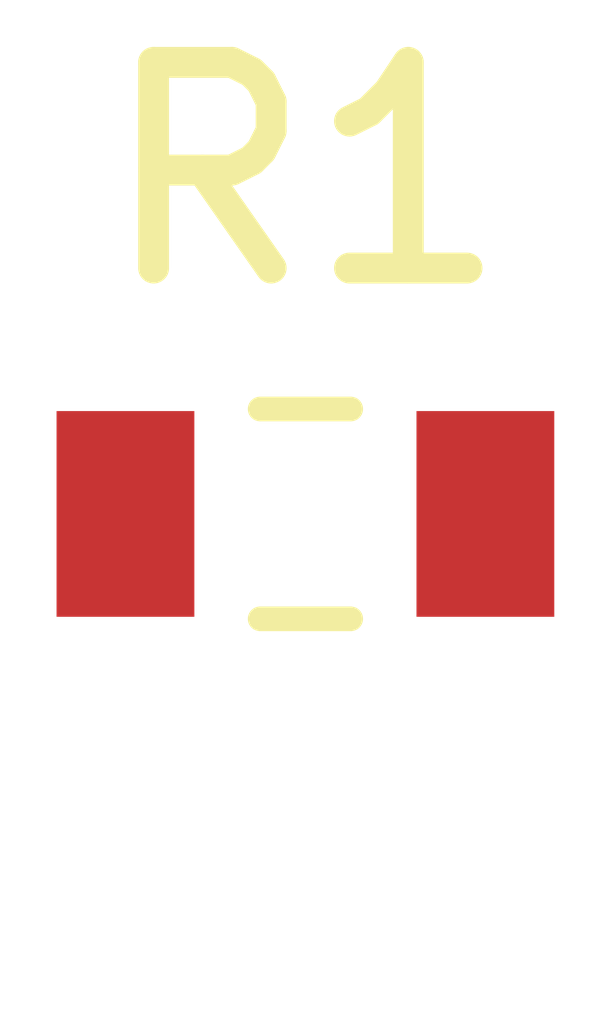
<source format=kicad_pcb>
(kicad_pcb (version 20171130) (host pcbnew no-vcs-found-6322c90~61~ubuntu16.04.1)

  (general
    (thickness 1.6)
    (drawings 0)
    (tracks 0)
    (zones 0)
    (modules 1)
    (nets 3)
  )

  (page A4)
  (layers
    (0 F.Cu signal)
    (31 B.Cu signal)
    (32 B.Adhes user)
    (33 F.Adhes user)
    (34 B.Paste user)
    (35 F.Paste user)
    (36 B.SilkS user)
    (37 F.SilkS user)
    (38 B.Mask user)
    (39 F.Mask user)
    (40 Dwgs.User user)
    (41 Cmts.User user)
    (42 Eco1.User user)
    (43 Eco2.User user)
    (44 Edge.Cuts user)
    (45 Margin user)
    (46 B.CrtYd user)
    (47 F.CrtYd user)
    (48 B.Fab user)
    (49 F.Fab user)
  )

  (setup
    (last_trace_width 0.25)
    (trace_clearance 0.2)
    (zone_clearance 0.508)
    (zone_45_only no)
    (trace_min 0.2)
    (segment_width 0.2)
    (edge_width 0.15)
    (via_size 0.8)
    (via_drill 0.4)
    (via_min_size 0.4)
    (via_min_drill 0.3)
    (uvia_size 0.3)
    (uvia_drill 0.1)
    (uvias_allowed no)
    (uvia_min_size 0.2)
    (uvia_min_drill 0.1)
    (pcb_text_width 0.3)
    (pcb_text_size 1.5 1.5)
    (mod_edge_width 0.15)
    (mod_text_size 1 1)
    (mod_text_width 0.15)
    (pad_size 1.524 1.524)
    (pad_drill 0.762)
    (pad_to_mask_clearance 0.2)
    (aux_axis_origin 0 0)
    (visible_elements FFFFFF7F)
    (pcbplotparams
      (layerselection 0x010fc_ffffffff)
      (usegerberextensions false)
      (usegerberattributes false)
      (usegerberadvancedattributes false)
      (creategerberjobfile false)
      (excludeedgelayer true)
      (linewidth 0.200000)
      (plotframeref false)
      (viasonmask false)
      (mode 1)
      (useauxorigin false)
      (hpglpennumber 1)
      (hpglpenspeed 20)
      (hpglpendiameter 15)
      (psnegative false)
      (psa4output false)
      (plotreference true)
      (plotvalue true)
      (plotinvisibletext false)
      (padsonsilk false)
      (subtractmaskfromsilk false)
      (outputformat 1)
      (mirror false)
      (drillshape 1)
      (scaleselection 1)
      (outputdirectory ""))
  )

  (net 0 "")
  (net 1 "Net-(R1-Pad1)")
  (net 2 "Net-(R1-Pad2)")

  (net_class Default "This is the default net class."
    (clearance 0.2)
    (trace_width 0.25)
    (via_dia 0.8)
    (via_drill 0.4)
    (uvia_dia 0.3)
    (uvia_drill 0.1)
    (add_net "Net-(R1-Pad1)")
    (add_net "Net-(R1-Pad2)")
  )

  (module Resistor_SMD:R_0603_1608Metric (layer F.Cu) (tedit 59FE48B8) (tstamp 5AE1574B)
    (at 170.6 85.8)
    (descr "Resistor SMD 0603 (1608 Metric), square (rectangular) end terminal, IPC_7351 nominal, (Body size source: http://www.tortai-tech.com/upload/download/2011102023233369053.pdf), generated with kicad-footprint-generator")
    (tags resistor)
    (path /5AD5B93A)
    (attr smd)
    (fp_text reference R1 (at 0 -1.65) (layer F.SilkS)
      (effects (font (size 1 1) (thickness 0.15)))
    )
    (fp_text value 20k (at 0 1.65) (layer F.Fab)
      (effects (font (size 1 1) (thickness 0.15)))
    )
    (fp_line (start -0.8 0.4) (end -0.8 -0.4) (layer F.Fab) (width 0.1))
    (fp_line (start -0.8 -0.4) (end 0.8 -0.4) (layer F.Fab) (width 0.1))
    (fp_line (start 0.8 -0.4) (end 0.8 0.4) (layer F.Fab) (width 0.1))
    (fp_line (start 0.8 0.4) (end -0.8 0.4) (layer F.Fab) (width 0.1))
    (fp_line (start -0.22 -0.51) (end 0.22 -0.51) (layer F.SilkS) (width 0.12))
    (fp_line (start -0.22 0.51) (end 0.22 0.51) (layer F.SilkS) (width 0.12))
    (fp_line (start -1.46 0.75) (end -1.46 -0.75) (layer F.CrtYd) (width 0.05))
    (fp_line (start -1.46 -0.75) (end 1.46 -0.75) (layer F.CrtYd) (width 0.05))
    (fp_line (start 1.46 -0.75) (end 1.46 0.75) (layer F.CrtYd) (width 0.05))
    (fp_line (start 1.46 0.75) (end -1.46 0.75) (layer F.CrtYd) (width 0.05))
    (fp_text user %R (at 0 0) (layer F.Fab)
      (effects (font (size 0.5 0.5) (thickness 0.08)))
    )
    (pad 1 smd rect (at -0.875 0) (size 0.67 1) (layers F.Cu F.Paste F.Mask)
      (net 1 "Net-(R1-Pad1)"))
    (pad 2 smd rect (at 0.875 0) (size 0.67 1) (layers F.Cu F.Paste F.Mask)
      (net 2 "Net-(R1-Pad2)"))
    (model ${KISYS3DMOD}/Resistor_SMD.3dshapes/R_0603_1608Metric.wrl
      (at (xyz 0 0 0))
      (scale (xyz 1 1 1))
      (rotate (xyz 0 0 0))
    )
  )

)

</source>
